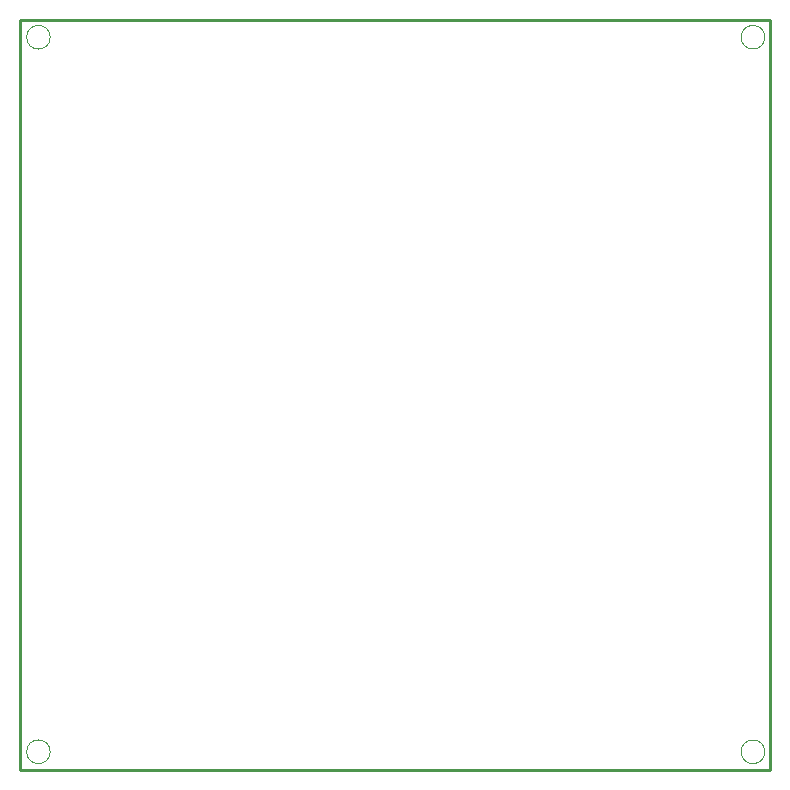
<source format=gbr>
%TF.GenerationSoftware,KiCad,Pcbnew,9.0.3*%
%TF.CreationDate,2026-01-16T17:31:19-07:00*%
%TF.ProjectId,Board1,426f6172-6431-42e6-9b69-6361645f7063,rev?*%
%TF.SameCoordinates,Original*%
%TF.FileFunction,Profile,NP*%
%FSLAX46Y46*%
G04 Gerber Fmt 4.6, Leading zero omitted, Abs format (unit mm)*
G04 Created by KiCad (PCBNEW 9.0.3) date 2026-01-16 17:31:19*
%MOMM*%
%LPD*%
G01*
G04 APERTURE LIST*
%TA.AperFunction,Profile*%
%ADD10C,0.254000*%
%TD*%
%TA.AperFunction,Profile*%
%ADD11C,0.100000*%
%TD*%
G04 APERTURE END LIST*
D10*
X99970250Y-50014000D02*
X163470250Y-50014000D01*
X163470250Y-113514000D01*
X99970250Y-113514000D01*
X99970250Y-50014000D01*
D11*
X163000000Y-112000000D02*
G75*
G02*
X161000000Y-112000000I-1000000J0D01*
G01*
X161000000Y-112000000D02*
G75*
G02*
X163000000Y-112000000I1000000J0D01*
G01*
X102500000Y-51500000D02*
G75*
G02*
X100500000Y-51500000I-1000000J0D01*
G01*
X100500000Y-51500000D02*
G75*
G02*
X102500000Y-51500000I1000000J0D01*
G01*
X102500000Y-112000000D02*
G75*
G02*
X100500000Y-112000000I-1000000J0D01*
G01*
X100500000Y-112000000D02*
G75*
G02*
X102500000Y-112000000I1000000J0D01*
G01*
X163000000Y-51500000D02*
G75*
G02*
X161000000Y-51500000I-1000000J0D01*
G01*
X161000000Y-51500000D02*
G75*
G02*
X163000000Y-51500000I1000000J0D01*
G01*
M02*

</source>
